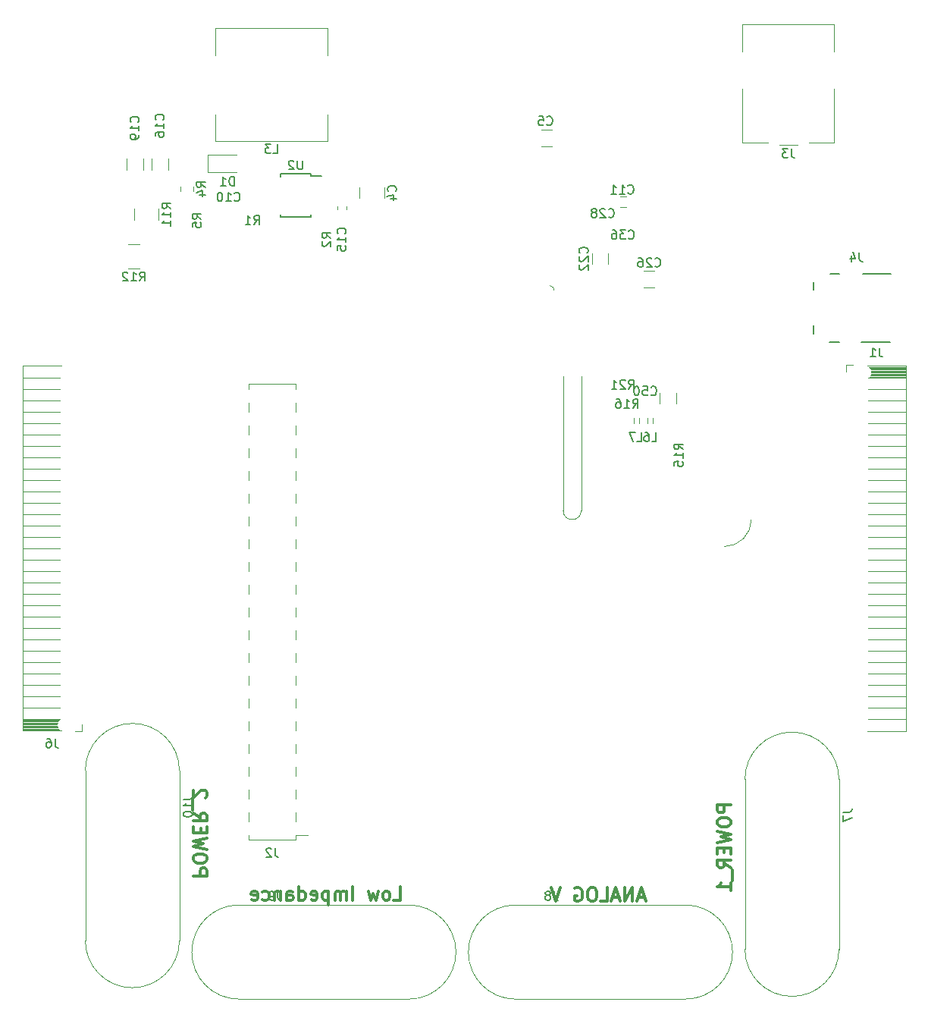
<source format=gbr>
G04 #@! TF.GenerationSoftware,KiCad,Pcbnew,(5.0.2)-1*
G04 #@! TF.CreationDate,2019-03-16T14:06:54-07:00*
G04 #@! TF.ProjectId,ModularMatrix,4d6f6475-6c61-4724-9d61-747269782e6b,rev?*
G04 #@! TF.SameCoordinates,Original*
G04 #@! TF.FileFunction,Legend,Bot*
G04 #@! TF.FilePolarity,Positive*
%FSLAX46Y46*%
G04 Gerber Fmt 4.6, Leading zero omitted, Abs format (unit mm)*
G04 Created by KiCad (PCBNEW (5.0.2)-1) date 3/16/2019 2:06:54 PM*
%MOMM*%
%LPD*%
G01*
G04 APERTURE LIST*
%ADD10C,0.300000*%
%ADD11C,0.100000*%
%ADD12C,0.120000*%
%ADD13C,0.150000*%
G04 APERTURE END LIST*
D10*
X177350028Y-151803300D02*
X178850028Y-151803300D01*
X178850028Y-151231871D01*
X178778600Y-151089014D01*
X178707171Y-151017585D01*
X178564314Y-150946157D01*
X178350028Y-150946157D01*
X178207171Y-151017585D01*
X178135742Y-151089014D01*
X178064314Y-151231871D01*
X178064314Y-151803300D01*
X178850028Y-150017585D02*
X178850028Y-149731871D01*
X178778600Y-149589014D01*
X178635742Y-149446157D01*
X178350028Y-149374728D01*
X177850028Y-149374728D01*
X177564314Y-149446157D01*
X177421457Y-149589014D01*
X177350028Y-149731871D01*
X177350028Y-150017585D01*
X177421457Y-150160442D01*
X177564314Y-150303300D01*
X177850028Y-150374728D01*
X178350028Y-150374728D01*
X178635742Y-150303300D01*
X178778600Y-150160442D01*
X178850028Y-150017585D01*
X178850028Y-148874728D02*
X177350028Y-148517585D01*
X178421457Y-148231871D01*
X177350028Y-147946157D01*
X178850028Y-147589014D01*
X178135742Y-147017585D02*
X178135742Y-146517585D01*
X177350028Y-146303300D02*
X177350028Y-147017585D01*
X178850028Y-147017585D01*
X178850028Y-146303300D01*
X177350028Y-144803300D02*
X178064314Y-145303300D01*
X177350028Y-145660442D02*
X178850028Y-145660442D01*
X178850028Y-145089014D01*
X178778600Y-144946157D01*
X178707171Y-144874728D01*
X178564314Y-144803300D01*
X178350028Y-144803300D01*
X178207171Y-144874728D01*
X178135742Y-144946157D01*
X178064314Y-145089014D01*
X178064314Y-145660442D01*
X177207171Y-144517585D02*
X177207171Y-143374728D01*
X178707171Y-143089014D02*
X178778600Y-143017585D01*
X178850028Y-142874728D01*
X178850028Y-142517585D01*
X178778600Y-142374728D01*
X178707171Y-142303300D01*
X178564314Y-142231871D01*
X178421457Y-142231871D01*
X178207171Y-142303300D01*
X177350028Y-143160442D01*
X177350028Y-142231871D01*
X199709728Y-154539071D02*
X200424014Y-154539071D01*
X200424014Y-153039071D01*
X198995442Y-154539071D02*
X199138300Y-154467642D01*
X199209728Y-154396214D01*
X199281157Y-154253357D01*
X199281157Y-153824785D01*
X199209728Y-153681928D01*
X199138300Y-153610500D01*
X198995442Y-153539071D01*
X198781157Y-153539071D01*
X198638300Y-153610500D01*
X198566871Y-153681928D01*
X198495442Y-153824785D01*
X198495442Y-154253357D01*
X198566871Y-154396214D01*
X198638300Y-154467642D01*
X198781157Y-154539071D01*
X198995442Y-154539071D01*
X197995442Y-153539071D02*
X197709728Y-154539071D01*
X197424014Y-153824785D01*
X197138300Y-154539071D01*
X196852585Y-153539071D01*
X195138300Y-154539071D02*
X195138300Y-153039071D01*
X194424014Y-154539071D02*
X194424014Y-153539071D01*
X194424014Y-153681928D02*
X194352585Y-153610500D01*
X194209728Y-153539071D01*
X193995442Y-153539071D01*
X193852585Y-153610500D01*
X193781157Y-153753357D01*
X193781157Y-154539071D01*
X193781157Y-153753357D02*
X193709728Y-153610500D01*
X193566871Y-153539071D01*
X193352585Y-153539071D01*
X193209728Y-153610500D01*
X193138300Y-153753357D01*
X193138300Y-154539071D01*
X192424014Y-153539071D02*
X192424014Y-155039071D01*
X192424014Y-153610500D02*
X192281157Y-153539071D01*
X191995442Y-153539071D01*
X191852585Y-153610500D01*
X191781157Y-153681928D01*
X191709728Y-153824785D01*
X191709728Y-154253357D01*
X191781157Y-154396214D01*
X191852585Y-154467642D01*
X191995442Y-154539071D01*
X192281157Y-154539071D01*
X192424014Y-154467642D01*
X190495442Y-154467642D02*
X190638300Y-154539071D01*
X190924014Y-154539071D01*
X191066871Y-154467642D01*
X191138300Y-154324785D01*
X191138300Y-153753357D01*
X191066871Y-153610500D01*
X190924014Y-153539071D01*
X190638300Y-153539071D01*
X190495442Y-153610500D01*
X190424014Y-153753357D01*
X190424014Y-153896214D01*
X191138300Y-154039071D01*
X189138300Y-154539071D02*
X189138300Y-153039071D01*
X189138300Y-154467642D02*
X189281157Y-154539071D01*
X189566871Y-154539071D01*
X189709728Y-154467642D01*
X189781157Y-154396214D01*
X189852585Y-154253357D01*
X189852585Y-153824785D01*
X189781157Y-153681928D01*
X189709728Y-153610500D01*
X189566871Y-153539071D01*
X189281157Y-153539071D01*
X189138300Y-153610500D01*
X187781157Y-154539071D02*
X187781157Y-153753357D01*
X187852585Y-153610500D01*
X187995442Y-153539071D01*
X188281157Y-153539071D01*
X188424014Y-153610500D01*
X187781157Y-154467642D02*
X187924014Y-154539071D01*
X188281157Y-154539071D01*
X188424014Y-154467642D01*
X188495442Y-154324785D01*
X188495442Y-154181928D01*
X188424014Y-154039071D01*
X188281157Y-153967642D01*
X187924014Y-153967642D01*
X187781157Y-153896214D01*
X187066871Y-153539071D02*
X187066871Y-154539071D01*
X187066871Y-153681928D02*
X186995442Y-153610500D01*
X186852585Y-153539071D01*
X186638300Y-153539071D01*
X186495442Y-153610500D01*
X186424014Y-153753357D01*
X186424014Y-154539071D01*
X185066871Y-154467642D02*
X185209728Y-154539071D01*
X185495442Y-154539071D01*
X185638300Y-154467642D01*
X185709728Y-154396214D01*
X185781157Y-154253357D01*
X185781157Y-153824785D01*
X185709728Y-153681928D01*
X185638300Y-153610500D01*
X185495442Y-153539071D01*
X185209728Y-153539071D01*
X185066871Y-153610500D01*
X183852585Y-154467642D02*
X183995442Y-154539071D01*
X184281157Y-154539071D01*
X184424014Y-154467642D01*
X184495442Y-154324785D01*
X184495442Y-153753357D01*
X184424014Y-153610500D01*
X184281157Y-153539071D01*
X183995442Y-153539071D01*
X183852585Y-153610500D01*
X183781157Y-153753357D01*
X183781157Y-153896214D01*
X184495442Y-154039071D01*
X237343071Y-143903500D02*
X235843071Y-143903500D01*
X235843071Y-144474928D01*
X235914500Y-144617785D01*
X235985928Y-144689214D01*
X236128785Y-144760642D01*
X236343071Y-144760642D01*
X236485928Y-144689214D01*
X236557357Y-144617785D01*
X236628785Y-144474928D01*
X236628785Y-143903500D01*
X235843071Y-145689214D02*
X235843071Y-145974928D01*
X235914500Y-146117785D01*
X236057357Y-146260642D01*
X236343071Y-146332071D01*
X236843071Y-146332071D01*
X237128785Y-146260642D01*
X237271642Y-146117785D01*
X237343071Y-145974928D01*
X237343071Y-145689214D01*
X237271642Y-145546357D01*
X237128785Y-145403500D01*
X236843071Y-145332071D01*
X236343071Y-145332071D01*
X236057357Y-145403500D01*
X235914500Y-145546357D01*
X235843071Y-145689214D01*
X235843071Y-146832071D02*
X237343071Y-147189214D01*
X236271642Y-147474928D01*
X237343071Y-147760642D01*
X235843071Y-148117785D01*
X236557357Y-148689214D02*
X236557357Y-149189214D01*
X237343071Y-149403500D02*
X237343071Y-148689214D01*
X235843071Y-148689214D01*
X235843071Y-149403500D01*
X237343071Y-150903500D02*
X236628785Y-150403500D01*
X237343071Y-150046357D02*
X235843071Y-150046357D01*
X235843071Y-150617785D01*
X235914500Y-150760642D01*
X235985928Y-150832071D01*
X236128785Y-150903500D01*
X236343071Y-150903500D01*
X236485928Y-150832071D01*
X236557357Y-150760642D01*
X236628785Y-150617785D01*
X236628785Y-150046357D01*
X237485928Y-151189214D02*
X237485928Y-152332071D01*
X237343071Y-153474928D02*
X237343071Y-152617785D01*
X237343071Y-153046357D02*
X235843071Y-153046357D01*
X236057357Y-152903500D01*
X236200214Y-152760642D01*
X236271642Y-152617785D01*
X227731017Y-154218158D02*
X227016731Y-154218158D01*
X227873874Y-154646729D02*
X227373874Y-153146729D01*
X226873874Y-154646729D01*
X226373874Y-154646729D02*
X226373874Y-153146729D01*
X225516731Y-154646729D01*
X225516731Y-153146729D01*
X224873874Y-154218158D02*
X224159588Y-154218158D01*
X225016731Y-154646729D02*
X224516731Y-153146729D01*
X224016731Y-154646729D01*
X222802445Y-154646729D02*
X223516731Y-154646729D01*
X223516731Y-153146729D01*
X222016731Y-153146729D02*
X221731017Y-153146729D01*
X221588160Y-153218158D01*
X221445302Y-153361015D01*
X221373874Y-153646729D01*
X221373874Y-154146729D01*
X221445302Y-154432443D01*
X221588160Y-154575300D01*
X221731017Y-154646729D01*
X222016731Y-154646729D01*
X222159588Y-154575300D01*
X222302445Y-154432443D01*
X222373874Y-154146729D01*
X222373874Y-153646729D01*
X222302445Y-153361015D01*
X222159588Y-153218158D01*
X222016731Y-153146729D01*
X219945302Y-153218158D02*
X220088160Y-153146729D01*
X220302445Y-153146729D01*
X220516731Y-153218158D01*
X220659588Y-153361015D01*
X220731017Y-153503872D01*
X220802445Y-153789586D01*
X220802445Y-154003872D01*
X220731017Y-154289586D01*
X220659588Y-154432443D01*
X220516731Y-154575300D01*
X220302445Y-154646729D01*
X220159588Y-154646729D01*
X219945302Y-154575300D01*
X219873874Y-154503872D01*
X219873874Y-154003872D01*
X220159588Y-154003872D01*
X218302445Y-153146729D02*
X217802445Y-154646729D01*
X217302445Y-153146729D01*
D11*
X217624152Y-86453438D02*
G75*
G03X217124152Y-85953438I-500000J0D01*
G01*
X220640789Y-96050905D02*
X220640789Y-111050905D01*
X218640789Y-111050905D02*
X218640789Y-96050905D01*
X218640789Y-111050905D02*
G75*
G03X220640789Y-111050905I1000000J0D01*
G01*
X236640789Y-115050905D02*
G75*
G03X239640789Y-112050905I0J3000000D01*
G01*
D12*
G04 #@! TO.C,J2*
X183531200Y-147811800D02*
X188731200Y-147811800D01*
X188731200Y-147811800D02*
X188731200Y-147241800D01*
X188731200Y-145721800D02*
X188731200Y-144701800D01*
X188731200Y-143181800D02*
X188731200Y-142161800D01*
X188731200Y-140641800D02*
X188731200Y-139621800D01*
X188731200Y-138101800D02*
X188731200Y-137081800D01*
X188731200Y-135561800D02*
X188731200Y-134541800D01*
X188731200Y-133021800D02*
X188731200Y-132001800D01*
X188731200Y-130481800D02*
X188731200Y-129461800D01*
X188731200Y-127941800D02*
X188731200Y-126921800D01*
X188731200Y-125401800D02*
X188731200Y-124381800D01*
X188731200Y-122861800D02*
X188731200Y-121841800D01*
X188731200Y-120321800D02*
X188731200Y-119301800D01*
X188731200Y-117781800D02*
X188731200Y-116761800D01*
X188731200Y-115241800D02*
X188731200Y-114221800D01*
X188731200Y-112701800D02*
X188731200Y-111681800D01*
X188731200Y-110161800D02*
X188731200Y-109141800D01*
X188731200Y-107621800D02*
X188731200Y-106601800D01*
X188731200Y-105081800D02*
X188731200Y-104061800D01*
X188731200Y-102541800D02*
X188731200Y-101521800D01*
X188731200Y-100001800D02*
X188731200Y-98981800D01*
X188731200Y-97461800D02*
X188731200Y-96891800D01*
X183531200Y-96891800D02*
X188731200Y-96891800D01*
X183531200Y-147811800D02*
X183531200Y-147241800D01*
X183531200Y-145721800D02*
X183531200Y-144701800D01*
X183531200Y-143181800D02*
X183531200Y-142161800D01*
X183531200Y-140641800D02*
X183531200Y-139621800D01*
X183531200Y-138101800D02*
X183531200Y-137081800D01*
X183531200Y-135561800D02*
X183531200Y-134541800D01*
X183531200Y-133021800D02*
X183531200Y-132001800D01*
X183531200Y-130481800D02*
X183531200Y-129461800D01*
X183531200Y-127941800D02*
X183531200Y-126921800D01*
X183531200Y-125401800D02*
X183531200Y-124381800D01*
X183531200Y-122861800D02*
X183531200Y-121841800D01*
X183531200Y-120321800D02*
X183531200Y-119301800D01*
X183531200Y-117781800D02*
X183531200Y-116761800D01*
X183531200Y-115241800D02*
X183531200Y-114221800D01*
X183531200Y-112701800D02*
X183531200Y-111681800D01*
X183531200Y-110161800D02*
X183531200Y-109141800D01*
X183531200Y-107621800D02*
X183531200Y-106601800D01*
X183531200Y-105081800D02*
X183531200Y-104061800D01*
X183531200Y-102541800D02*
X183531200Y-101521800D01*
X183531200Y-100001800D02*
X183531200Y-98981800D01*
X183531200Y-97461800D02*
X183531200Y-96891800D01*
X188731200Y-147241800D02*
X190091200Y-147241800D01*
D13*
G04 #@! TO.C,J4*
X251960300Y-92232000D02*
X255160300Y-92232000D01*
X248385300Y-92232000D02*
X249435300Y-92232000D01*
X246560300Y-90407000D02*
X246560300Y-91282000D01*
X246585300Y-85532000D02*
X246585300Y-86407000D01*
X249460300Y-84582000D02*
X248435300Y-84582000D01*
X255210300Y-84582000D02*
X252060300Y-84582000D01*
D12*
G04 #@! TO.C,J3*
X238666500Y-63947500D02*
X238666500Y-70007500D01*
X238666500Y-70007500D02*
X241476500Y-70007500D01*
X246076500Y-70007500D02*
X248886500Y-70007500D01*
X248886500Y-70007500D02*
X248886500Y-63947500D01*
X248886500Y-59847500D02*
X248886500Y-56787500D01*
X248886500Y-56787500D02*
X238666500Y-56787500D01*
X238666500Y-56787500D02*
X238666500Y-59847500D01*
X242776500Y-70197500D02*
X244776500Y-70197500D01*
G04 #@! TO.C,J6*
X164147500Y-135672100D02*
X164907500Y-135672100D01*
X164907500Y-135672100D02*
X164907500Y-134912100D01*
X158267500Y-135607100D02*
X158267500Y-94847100D01*
X158267500Y-94847100D02*
X162569970Y-94847100D01*
X158267500Y-135607100D02*
X162569970Y-135607100D01*
X158267500Y-96177100D02*
X162459918Y-96177100D01*
X158267500Y-97447100D02*
X162459918Y-97447100D01*
X158267500Y-98717100D02*
X162459918Y-98717100D01*
X158267500Y-99987100D02*
X162459918Y-99987100D01*
X158267500Y-101257100D02*
X162459918Y-101257100D01*
X158267500Y-102527100D02*
X162459918Y-102527100D01*
X158267500Y-103797100D02*
X162459918Y-103797100D01*
X158267500Y-105067100D02*
X162459918Y-105067100D01*
X158267500Y-106337100D02*
X162459918Y-106337100D01*
X158267500Y-107607100D02*
X162459918Y-107607100D01*
X158267500Y-108877100D02*
X162459918Y-108877100D01*
X158267500Y-110147100D02*
X162459918Y-110147100D01*
X158267500Y-111417100D02*
X162459918Y-111417100D01*
X158267500Y-112687100D02*
X162459918Y-112687100D01*
X158267500Y-113957100D02*
X162459918Y-113957100D01*
X158267500Y-115227100D02*
X162459918Y-115227100D01*
X158267500Y-116497100D02*
X162459918Y-116497100D01*
X158267500Y-117767100D02*
X162459918Y-117767100D01*
X158267500Y-119037100D02*
X162459918Y-119037100D01*
X158267500Y-120307100D02*
X162459918Y-120307100D01*
X158267500Y-121577100D02*
X162459918Y-121577100D01*
X158267500Y-122847100D02*
X162459918Y-122847100D01*
X158267500Y-124117100D02*
X162459918Y-124117100D01*
X158267500Y-125387100D02*
X162459918Y-125387100D01*
X158267500Y-126657100D02*
X162459918Y-126657100D01*
X158267500Y-127927100D02*
X162459918Y-127927100D01*
X158267500Y-129197100D02*
X162459918Y-129197100D01*
X158267500Y-130467100D02*
X162459918Y-130467100D01*
X158267500Y-131737100D02*
X162459918Y-131737100D01*
X158267500Y-133007100D02*
X162459918Y-133007100D01*
X158267500Y-134277100D02*
X162459918Y-134277100D01*
X158267500Y-134387100D02*
X162327977Y-134387100D01*
X158267500Y-134497100D02*
X162240809Y-134497100D01*
X158267500Y-134607100D02*
X162181386Y-134607100D01*
X158267500Y-134717100D02*
X162142942Y-134717100D01*
X158267500Y-134827100D02*
X162122268Y-134827100D01*
X158267500Y-134937100D02*
X162117911Y-134937100D01*
X158267500Y-135047100D02*
X162129586Y-135047100D01*
X158267500Y-135157100D02*
X162158073Y-135157100D01*
X158267500Y-135267100D02*
X162205507Y-135267100D01*
X158267500Y-135377100D02*
X162276355Y-135377100D01*
X158267500Y-135487100D02*
X162380534Y-135487100D01*
G04 #@! TO.C,J1*
X256895500Y-94992500D02*
X252782466Y-94992500D01*
X256895500Y-95102500D02*
X252886645Y-95102500D01*
X256895500Y-95212500D02*
X252957493Y-95212500D01*
X256895500Y-95322500D02*
X253004927Y-95322500D01*
X256895500Y-95432500D02*
X253033414Y-95432500D01*
X256895500Y-95542500D02*
X253045089Y-95542500D01*
X256895500Y-95652500D02*
X253040732Y-95652500D01*
X256895500Y-95762500D02*
X253020058Y-95762500D01*
X256895500Y-95872500D02*
X252981614Y-95872500D01*
X256895500Y-95982500D02*
X252922191Y-95982500D01*
X256895500Y-96092500D02*
X252835023Y-96092500D01*
X256895500Y-96202500D02*
X252703082Y-96202500D01*
X256895500Y-97472500D02*
X252703082Y-97472500D01*
X256895500Y-98742500D02*
X252703082Y-98742500D01*
X256895500Y-100012500D02*
X252703082Y-100012500D01*
X256895500Y-101282500D02*
X252703082Y-101282500D01*
X256895500Y-102552500D02*
X252703082Y-102552500D01*
X256895500Y-103822500D02*
X252703082Y-103822500D01*
X256895500Y-105092500D02*
X252703082Y-105092500D01*
X256895500Y-106362500D02*
X252703082Y-106362500D01*
X256895500Y-107632500D02*
X252703082Y-107632500D01*
X256895500Y-108902500D02*
X252703082Y-108902500D01*
X256895500Y-110172500D02*
X252703082Y-110172500D01*
X256895500Y-111442500D02*
X252703082Y-111442500D01*
X256895500Y-112712500D02*
X252703082Y-112712500D01*
X256895500Y-113982500D02*
X252703082Y-113982500D01*
X256895500Y-115252500D02*
X252703082Y-115252500D01*
X256895500Y-116522500D02*
X252703082Y-116522500D01*
X256895500Y-117792500D02*
X252703082Y-117792500D01*
X256895500Y-119062500D02*
X252703082Y-119062500D01*
X256895500Y-120332500D02*
X252703082Y-120332500D01*
X256895500Y-121602500D02*
X252703082Y-121602500D01*
X256895500Y-122872500D02*
X252703082Y-122872500D01*
X256895500Y-124142500D02*
X252703082Y-124142500D01*
X256895500Y-125412500D02*
X252703082Y-125412500D01*
X256895500Y-126682500D02*
X252703082Y-126682500D01*
X256895500Y-127952500D02*
X252703082Y-127952500D01*
X256895500Y-129222500D02*
X252703082Y-129222500D01*
X256895500Y-130492500D02*
X252703082Y-130492500D01*
X256895500Y-131762500D02*
X252703082Y-131762500D01*
X256895500Y-133032500D02*
X252703082Y-133032500D01*
X256895500Y-134302500D02*
X252703082Y-134302500D01*
X256895500Y-94872500D02*
X252593030Y-94872500D01*
X256895500Y-135632500D02*
X252593030Y-135632500D01*
X256895500Y-94872500D02*
X256895500Y-135632500D01*
X250255500Y-94807500D02*
X250255500Y-95567500D01*
X251015500Y-94807500D02*
X250255500Y-94807500D01*
G04 #@! TO.C,C11*
X224962065Y-77178225D02*
X225662065Y-77178225D01*
X225662065Y-75978225D02*
X224962065Y-75978225D01*
G04 #@! TO.C,C5*
X216201001Y-68556225D02*
X217405129Y-68556225D01*
X216201001Y-70376225D02*
X217405129Y-70376225D01*
G04 #@! TO.C,C26*
X228835129Y-84304225D02*
X227631001Y-84304225D01*
X228835129Y-86124225D02*
X227631001Y-86124225D01*
G04 #@! TO.C,C22*
X223682065Y-82326161D02*
X223682065Y-83530289D01*
X221862065Y-82326161D02*
X221862065Y-83530289D01*
G04 #@! TO.C,C50*
X231245160Y-97890094D02*
X231245160Y-99094222D01*
X229425160Y-97890094D02*
X229425160Y-99094222D01*
G04 #@! TO.C,L6*
X228603160Y-101332158D02*
X228603160Y-100732158D01*
X228003160Y-101332158D02*
X228003160Y-100732158D01*
G04 #@! TO.C,L7*
X227079160Y-100730261D02*
X227079160Y-101330261D01*
X226479160Y-100730261D02*
X226479160Y-101330261D01*
G04 #@! TO.C,C15*
X194439000Y-77044733D02*
X194439000Y-77387267D01*
X193419000Y-77044733D02*
X193419000Y-77387267D01*
G04 #@! TO.C,R12*
X170085936Y-81317000D02*
X171290064Y-81317000D01*
X170085936Y-84037000D02*
X171290064Y-84037000D01*
G04 #@! TO.C,C16*
X172699000Y-72992064D02*
X172699000Y-71787936D01*
X174519000Y-72992064D02*
X174519000Y-71787936D01*
G04 #@! TO.C,R4*
X175870157Y-75366516D02*
X175870157Y-74844012D01*
X177290157Y-75366516D02*
X177290157Y-74844012D01*
G04 #@! TO.C,C19*
X171725000Y-72992064D02*
X171725000Y-71787936D01*
X169905000Y-72992064D02*
X169905000Y-71787936D01*
G04 #@! TO.C,R11*
X170725000Y-78580064D02*
X170725000Y-77375936D01*
X173445000Y-78580064D02*
X173445000Y-77375936D01*
G04 #@! TO.C,D1*
X178952157Y-71311264D02*
X178952157Y-73311264D01*
X178952157Y-71311264D02*
X182152157Y-71311264D01*
X182152157Y-73311264D02*
X178952157Y-73311264D01*
G04 #@! TO.C,J8*
X213297372Y-165568338D02*
X232261012Y-165568338D01*
X213292292Y-155060358D02*
X232291492Y-155060358D01*
X232291492Y-155068158D02*
G75*
G02X232291492Y-165568158I0J-5250000D01*
G01*
X213291492Y-165568158D02*
G75*
G02X213291492Y-155068158I0J5250000D01*
G01*
G04 #@! TO.C,J7*
X238928160Y-141020000D02*
G75*
G02X249428160Y-141020000I5250000J0D01*
G01*
X249428160Y-160020000D02*
G75*
G02X238928160Y-160020000I-5250000J0D01*
G01*
X249435960Y-141020800D02*
X249435960Y-160020000D01*
X238927980Y-141025880D02*
X238927980Y-159989520D01*
G04 #@! TO.C,J9*
X182410706Y-165568338D02*
X201374346Y-165568338D01*
X182405626Y-155060358D02*
X201404826Y-155060358D01*
X201404826Y-155068158D02*
G75*
G02X201404826Y-165568158I0J-5250000D01*
G01*
X182404826Y-165568158D02*
G75*
G02X182404826Y-155068158I0J5250000D01*
G01*
G04 #@! TO.C,J10*
X165268160Y-140048158D02*
G75*
G02X175768160Y-140048158I5250000J0D01*
G01*
X175768160Y-159048158D02*
G75*
G02X165268160Y-159048158I-5250000J0D01*
G01*
X175775960Y-140048958D02*
X175775960Y-159048158D01*
X165267980Y-140054038D02*
X165267980Y-159017678D01*
G04 #@! TO.C,C4*
X198627500Y-76167064D02*
X198627500Y-74962936D01*
X195907500Y-76167064D02*
X195907500Y-74962936D01*
G04 #@! TO.C,L3*
X179755000Y-66800000D02*
X179755000Y-69800000D01*
X179755000Y-69800000D02*
X192355000Y-69800000D01*
X192355000Y-69800000D02*
X192355000Y-66800000D01*
X192355000Y-60200000D02*
X192355000Y-57200000D01*
X192355000Y-57200000D02*
X179755000Y-57200000D01*
X179755000Y-57200000D02*
X179755000Y-60200000D01*
D13*
G04 #@! TO.C,U2*
X190447157Y-73442264D02*
X190447157Y-73667264D01*
X187097157Y-73442264D02*
X187097157Y-73742264D01*
X187097157Y-78292264D02*
X187097157Y-77992264D01*
X190447157Y-78292264D02*
X190447157Y-77992264D01*
X190447157Y-73442264D02*
X187097157Y-73442264D01*
X190447157Y-78292264D02*
X187097157Y-78292264D01*
X190447157Y-73667264D02*
X191672157Y-73667264D01*
G04 #@! TO.C,J2*
X186464533Y-148704180D02*
X186464533Y-149418466D01*
X186512152Y-149561323D01*
X186607390Y-149656561D01*
X186750247Y-149704180D01*
X186845485Y-149704180D01*
X186035961Y-148799419D02*
X185988342Y-148751800D01*
X185893104Y-148704180D01*
X185655009Y-148704180D01*
X185559771Y-148751800D01*
X185512152Y-148799419D01*
X185464533Y-148894657D01*
X185464533Y-148989895D01*
X185512152Y-149132752D01*
X186083580Y-149704180D01*
X185464533Y-149704180D01*
G04 #@! TO.C,J4*
X251683633Y-82219380D02*
X251683633Y-82933666D01*
X251731252Y-83076523D01*
X251826490Y-83171761D01*
X251969347Y-83219380D01*
X252064585Y-83219380D01*
X250778871Y-82552714D02*
X250778871Y-83219380D01*
X251016966Y-82171761D02*
X251255061Y-82886047D01*
X250636014Y-82886047D01*
G04 #@! TO.C,J3*
X244109833Y-70649880D02*
X244109833Y-71364166D01*
X244157452Y-71507023D01*
X244252690Y-71602261D01*
X244395547Y-71649880D01*
X244490785Y-71649880D01*
X243728880Y-70649880D02*
X243109833Y-70649880D01*
X243443166Y-71030833D01*
X243300309Y-71030833D01*
X243205071Y-71078452D01*
X243157452Y-71126071D01*
X243109833Y-71221309D01*
X243109833Y-71459404D01*
X243157452Y-71554642D01*
X243205071Y-71602261D01*
X243300309Y-71649880D01*
X243586023Y-71649880D01*
X243681261Y-71602261D01*
X243728880Y-71554642D01*
G04 #@! TO.C,J6*
X161888333Y-136499480D02*
X161888333Y-137213766D01*
X161935952Y-137356623D01*
X162031190Y-137451861D01*
X162174047Y-137499480D01*
X162269285Y-137499480D01*
X160983571Y-136499480D02*
X161174047Y-136499480D01*
X161269285Y-136547100D01*
X161316904Y-136594719D01*
X161412142Y-136737576D01*
X161459761Y-136928052D01*
X161459761Y-137309004D01*
X161412142Y-137404242D01*
X161364523Y-137451861D01*
X161269285Y-137499480D01*
X161078809Y-137499480D01*
X160983571Y-137451861D01*
X160935952Y-137404242D01*
X160888333Y-137309004D01*
X160888333Y-137070909D01*
X160935952Y-136975671D01*
X160983571Y-136928052D01*
X161078809Y-136880433D01*
X161269285Y-136880433D01*
X161364523Y-136928052D01*
X161412142Y-136975671D01*
X161459761Y-137070909D01*
G04 #@! TO.C,J1*
X253941333Y-92884880D02*
X253941333Y-93599166D01*
X253988952Y-93742023D01*
X254084190Y-93837261D01*
X254227047Y-93884880D01*
X254322285Y-93884880D01*
X252941333Y-93884880D02*
X253512761Y-93884880D01*
X253227047Y-93884880D02*
X253227047Y-92884880D01*
X253322285Y-93027738D01*
X253417523Y-93122976D01*
X253512761Y-93170595D01*
G04 #@! TO.C,C10*
X181911461Y-76428732D02*
X181959080Y-76476351D01*
X182101937Y-76523970D01*
X182197175Y-76523970D01*
X182340032Y-76476351D01*
X182435270Y-76381113D01*
X182482889Y-76285875D01*
X182530508Y-76095399D01*
X182530508Y-75952542D01*
X182482889Y-75762066D01*
X182435270Y-75666828D01*
X182340032Y-75571590D01*
X182197175Y-75523970D01*
X182101937Y-75523970D01*
X181959080Y-75571590D01*
X181911461Y-75619209D01*
X180959080Y-76523970D02*
X181530508Y-76523970D01*
X181244794Y-76523970D02*
X181244794Y-75523970D01*
X181340032Y-75666828D01*
X181435270Y-75762066D01*
X181530508Y-75809685D01*
X180340032Y-75523970D02*
X180244794Y-75523970D01*
X180149556Y-75571590D01*
X180101937Y-75619209D01*
X180054318Y-75714447D01*
X180006699Y-75904923D01*
X180006699Y-76143018D01*
X180054318Y-76333494D01*
X180101937Y-76428732D01*
X180149556Y-76476351D01*
X180244794Y-76523970D01*
X180340032Y-76523970D01*
X180435270Y-76476351D01*
X180482889Y-76428732D01*
X180530508Y-76333494D01*
X180578127Y-76143018D01*
X180578127Y-75904923D01*
X180530508Y-75714447D01*
X180482889Y-75619209D01*
X180435270Y-75571590D01*
X180340032Y-75523970D01*
G04 #@! TO.C,R1*
X184099166Y-79092380D02*
X184432500Y-78616190D01*
X184670595Y-79092380D02*
X184670595Y-78092380D01*
X184289642Y-78092380D01*
X184194404Y-78140000D01*
X184146785Y-78187619D01*
X184099166Y-78282857D01*
X184099166Y-78425714D01*
X184146785Y-78520952D01*
X184194404Y-78568571D01*
X184289642Y-78616190D01*
X184670595Y-78616190D01*
X183146785Y-79092380D02*
X183718214Y-79092380D01*
X183432500Y-79092380D02*
X183432500Y-78092380D01*
X183527738Y-78235238D01*
X183622976Y-78330476D01*
X183718214Y-78378095D01*
G04 #@! TO.C,C11*
X225877357Y-75591942D02*
X225924976Y-75639561D01*
X226067833Y-75687180D01*
X226163071Y-75687180D01*
X226305928Y-75639561D01*
X226401166Y-75544323D01*
X226448785Y-75449085D01*
X226496404Y-75258609D01*
X226496404Y-75115752D01*
X226448785Y-74925276D01*
X226401166Y-74830038D01*
X226305928Y-74734800D01*
X226163071Y-74687180D01*
X226067833Y-74687180D01*
X225924976Y-74734800D01*
X225877357Y-74782419D01*
X224924976Y-75687180D02*
X225496404Y-75687180D01*
X225210690Y-75687180D02*
X225210690Y-74687180D01*
X225305928Y-74830038D01*
X225401166Y-74925276D01*
X225496404Y-74972895D01*
X223972595Y-75687180D02*
X224544023Y-75687180D01*
X224258309Y-75687180D02*
X224258309Y-74687180D01*
X224353547Y-74830038D01*
X224448785Y-74925276D01*
X224544023Y-74972895D01*
G04 #@! TO.C,C5*
X216815966Y-67933842D02*
X216863585Y-67981461D01*
X217006442Y-68029080D01*
X217101680Y-68029080D01*
X217244538Y-67981461D01*
X217339776Y-67886223D01*
X217387395Y-67790985D01*
X217435014Y-67600509D01*
X217435014Y-67457652D01*
X217387395Y-67267176D01*
X217339776Y-67171938D01*
X217244538Y-67076700D01*
X217101680Y-67029080D01*
X217006442Y-67029080D01*
X216863585Y-67076700D01*
X216815966Y-67124319D01*
X215911204Y-67029080D02*
X216387395Y-67029080D01*
X216435014Y-67505271D01*
X216387395Y-67457652D01*
X216292157Y-67410033D01*
X216054061Y-67410033D01*
X215958823Y-67457652D01*
X215911204Y-67505271D01*
X215863585Y-67600509D01*
X215863585Y-67838604D01*
X215911204Y-67933842D01*
X215958823Y-67981461D01*
X216054061Y-68029080D01*
X216292157Y-68029080D01*
X216387395Y-67981461D01*
X216435014Y-67933842D01*
G04 #@! TO.C,C26*
X228875922Y-83751367D02*
X228923541Y-83798986D01*
X229066398Y-83846605D01*
X229161636Y-83846605D01*
X229304493Y-83798986D01*
X229399731Y-83703748D01*
X229447350Y-83608510D01*
X229494969Y-83418034D01*
X229494969Y-83275177D01*
X229447350Y-83084701D01*
X229399731Y-82989463D01*
X229304493Y-82894225D01*
X229161636Y-82846605D01*
X229066398Y-82846605D01*
X228923541Y-82894225D01*
X228875922Y-82941844D01*
X228494969Y-82941844D02*
X228447350Y-82894225D01*
X228352112Y-82846605D01*
X228114017Y-82846605D01*
X228018779Y-82894225D01*
X227971160Y-82941844D01*
X227923541Y-83037082D01*
X227923541Y-83132320D01*
X227971160Y-83275177D01*
X228542588Y-83846605D01*
X227923541Y-83846605D01*
X227066398Y-82846605D02*
X227256874Y-82846605D01*
X227352112Y-82894225D01*
X227399731Y-82941844D01*
X227494969Y-83084701D01*
X227542588Y-83275177D01*
X227542588Y-83656129D01*
X227494969Y-83751367D01*
X227447350Y-83798986D01*
X227352112Y-83846605D01*
X227161636Y-83846605D01*
X227066398Y-83798986D01*
X227018779Y-83751367D01*
X226971160Y-83656129D01*
X226971160Y-83418034D01*
X227018779Y-83322796D01*
X227066398Y-83275177D01*
X227161636Y-83227558D01*
X227352112Y-83227558D01*
X227447350Y-83275177D01*
X227494969Y-83322796D01*
X227542588Y-83418034D01*
G04 #@! TO.C,C22*
X221309207Y-82285367D02*
X221356826Y-82237748D01*
X221404445Y-82094891D01*
X221404445Y-81999653D01*
X221356826Y-81856796D01*
X221261588Y-81761558D01*
X221166350Y-81713939D01*
X220975874Y-81666320D01*
X220833017Y-81666320D01*
X220642541Y-81713939D01*
X220547303Y-81761558D01*
X220452065Y-81856796D01*
X220404445Y-81999653D01*
X220404445Y-82094891D01*
X220452065Y-82237748D01*
X220499684Y-82285367D01*
X220499684Y-82666320D02*
X220452065Y-82713939D01*
X220404445Y-82809177D01*
X220404445Y-83047272D01*
X220452065Y-83142510D01*
X220499684Y-83190129D01*
X220594922Y-83237748D01*
X220690160Y-83237748D01*
X220833017Y-83190129D01*
X221404445Y-82618701D01*
X221404445Y-83237748D01*
X220499684Y-83618701D02*
X220452065Y-83666320D01*
X220404445Y-83761558D01*
X220404445Y-83999653D01*
X220452065Y-84094891D01*
X220499684Y-84142510D01*
X220594922Y-84190129D01*
X220690160Y-84190129D01*
X220833017Y-84142510D01*
X221404445Y-83571082D01*
X221404445Y-84190129D01*
G04 #@! TO.C,R21*
X225940857Y-97454980D02*
X226274190Y-96978790D01*
X226512285Y-97454980D02*
X226512285Y-96454980D01*
X226131333Y-96454980D01*
X226036095Y-96502600D01*
X225988476Y-96550219D01*
X225940857Y-96645457D01*
X225940857Y-96788314D01*
X225988476Y-96883552D01*
X226036095Y-96931171D01*
X226131333Y-96978790D01*
X226512285Y-96978790D01*
X225559904Y-96550219D02*
X225512285Y-96502600D01*
X225417047Y-96454980D01*
X225178952Y-96454980D01*
X225083714Y-96502600D01*
X225036095Y-96550219D01*
X224988476Y-96645457D01*
X224988476Y-96740695D01*
X225036095Y-96883552D01*
X225607523Y-97454980D01*
X224988476Y-97454980D01*
X224036095Y-97454980D02*
X224607523Y-97454980D01*
X224321809Y-97454980D02*
X224321809Y-96454980D01*
X224417047Y-96597838D01*
X224512285Y-96693076D01*
X224607523Y-96740695D01*
G04 #@! TO.C,R16*
X226404607Y-99582642D02*
X226737940Y-99106452D01*
X226976035Y-99582642D02*
X226976035Y-98582642D01*
X226595083Y-98582642D01*
X226499845Y-98630262D01*
X226452226Y-98677881D01*
X226404607Y-98773119D01*
X226404607Y-98915976D01*
X226452226Y-99011214D01*
X226499845Y-99058833D01*
X226595083Y-99106452D01*
X226976035Y-99106452D01*
X225452226Y-99582642D02*
X226023654Y-99582642D01*
X225737940Y-99582642D02*
X225737940Y-98582642D01*
X225833178Y-98725500D01*
X225928416Y-98820738D01*
X226023654Y-98868357D01*
X224595083Y-98582642D02*
X224785559Y-98582642D01*
X224880797Y-98630262D01*
X224928416Y-98677881D01*
X225023654Y-98820738D01*
X225071273Y-99011214D01*
X225071273Y-99392166D01*
X225023654Y-99487404D01*
X224976035Y-99535023D01*
X224880797Y-99582642D01*
X224690321Y-99582642D01*
X224595083Y-99535023D01*
X224547464Y-99487404D01*
X224499845Y-99392166D01*
X224499845Y-99154071D01*
X224547464Y-99058833D01*
X224595083Y-99011214D01*
X224690321Y-98963595D01*
X224880797Y-98963595D01*
X224976035Y-99011214D01*
X225023654Y-99058833D01*
X225071273Y-99154071D01*
G04 #@! TO.C,R15*
X232011480Y-104208342D02*
X231535290Y-103875009D01*
X232011480Y-103636914D02*
X231011480Y-103636914D01*
X231011480Y-104017866D01*
X231059100Y-104113104D01*
X231106719Y-104160723D01*
X231201957Y-104208342D01*
X231344814Y-104208342D01*
X231440052Y-104160723D01*
X231487671Y-104113104D01*
X231535290Y-104017866D01*
X231535290Y-103636914D01*
X232011480Y-105160723D02*
X232011480Y-104589295D01*
X232011480Y-104875009D02*
X231011480Y-104875009D01*
X231154338Y-104779771D01*
X231249576Y-104684533D01*
X231297195Y-104589295D01*
X231011480Y-106065485D02*
X231011480Y-105589295D01*
X231487671Y-105541676D01*
X231440052Y-105589295D01*
X231392433Y-105684533D01*
X231392433Y-105922628D01*
X231440052Y-106017866D01*
X231487671Y-106065485D01*
X231582909Y-106113104D01*
X231821004Y-106113104D01*
X231916242Y-106065485D01*
X231963861Y-106017866D01*
X232011480Y-105922628D01*
X232011480Y-105684533D01*
X231963861Y-105589295D01*
X231916242Y-105541676D01*
G04 #@! TO.C,C50*
X228442757Y-98083642D02*
X228490376Y-98131261D01*
X228633233Y-98178880D01*
X228728471Y-98178880D01*
X228871328Y-98131261D01*
X228966566Y-98036023D01*
X229014185Y-97940785D01*
X229061804Y-97750309D01*
X229061804Y-97607452D01*
X229014185Y-97416976D01*
X228966566Y-97321738D01*
X228871328Y-97226500D01*
X228728471Y-97178880D01*
X228633233Y-97178880D01*
X228490376Y-97226500D01*
X228442757Y-97274119D01*
X227537995Y-97178880D02*
X228014185Y-97178880D01*
X228061804Y-97655071D01*
X228014185Y-97607452D01*
X227918947Y-97559833D01*
X227680852Y-97559833D01*
X227585614Y-97607452D01*
X227537995Y-97655071D01*
X227490376Y-97750309D01*
X227490376Y-97988404D01*
X227537995Y-98083642D01*
X227585614Y-98131261D01*
X227680852Y-98178880D01*
X227918947Y-98178880D01*
X228014185Y-98131261D01*
X228061804Y-98083642D01*
X226871328Y-97178880D02*
X226776090Y-97178880D01*
X226680852Y-97226500D01*
X226633233Y-97274119D01*
X226585614Y-97369357D01*
X226537995Y-97559833D01*
X226537995Y-97797928D01*
X226585614Y-97988404D01*
X226633233Y-98083642D01*
X226680852Y-98131261D01*
X226776090Y-98178880D01*
X226871328Y-98178880D01*
X226966566Y-98131261D01*
X227014185Y-98083642D01*
X227061804Y-97988404D01*
X227109423Y-97797928D01*
X227109423Y-97559833D01*
X227061804Y-97369357D01*
X227014185Y-97274119D01*
X226966566Y-97226500D01*
X226871328Y-97178880D01*
G04 #@! TO.C,L6*
X228512666Y-103309680D02*
X228988857Y-103309680D01*
X228988857Y-102309680D01*
X227750761Y-102309680D02*
X227941238Y-102309680D01*
X228036476Y-102357300D01*
X228084095Y-102404919D01*
X228179333Y-102547776D01*
X228226952Y-102738252D01*
X228226952Y-103119204D01*
X228179333Y-103214442D01*
X228131714Y-103262061D01*
X228036476Y-103309680D01*
X227846000Y-103309680D01*
X227750761Y-103262061D01*
X227703142Y-103214442D01*
X227655523Y-103119204D01*
X227655523Y-102881109D01*
X227703142Y-102785871D01*
X227750761Y-102738252D01*
X227846000Y-102690633D01*
X228036476Y-102690633D01*
X228131714Y-102738252D01*
X228179333Y-102785871D01*
X228226952Y-102881109D01*
G04 #@! TO.C,L7*
X226887066Y-103347780D02*
X227363257Y-103347780D01*
X227363257Y-102347780D01*
X226648971Y-102347780D02*
X225982304Y-102347780D01*
X226410876Y-103347780D01*
G04 #@! TO.C,R2*
X192680537Y-80605333D02*
X192204347Y-80272000D01*
X192680537Y-80033904D02*
X191680537Y-80033904D01*
X191680537Y-80414857D01*
X191728157Y-80510095D01*
X191775776Y-80557714D01*
X191871014Y-80605333D01*
X192013871Y-80605333D01*
X192109109Y-80557714D01*
X192156728Y-80510095D01*
X192204347Y-80414857D01*
X192204347Y-80033904D01*
X191775776Y-80986285D02*
X191728157Y-81033904D01*
X191680537Y-81129142D01*
X191680537Y-81367238D01*
X191728157Y-81462476D01*
X191775776Y-81510095D01*
X191871014Y-81557714D01*
X191966252Y-81557714D01*
X192109109Y-81510095D01*
X192680537Y-80938666D01*
X192680537Y-81557714D01*
G04 #@! TO.C,C15*
X194286142Y-80129142D02*
X194333761Y-80081523D01*
X194381380Y-79938666D01*
X194381380Y-79843428D01*
X194333761Y-79700571D01*
X194238523Y-79605333D01*
X194143285Y-79557714D01*
X193952809Y-79510095D01*
X193809952Y-79510095D01*
X193619476Y-79557714D01*
X193524238Y-79605333D01*
X193429000Y-79700571D01*
X193381380Y-79843428D01*
X193381380Y-79938666D01*
X193429000Y-80081523D01*
X193476619Y-80129142D01*
X194381380Y-81081523D02*
X194381380Y-80510095D01*
X194381380Y-80795809D02*
X193381380Y-80795809D01*
X193524238Y-80700571D01*
X193619476Y-80605333D01*
X193667095Y-80510095D01*
X193381380Y-81986285D02*
X193381380Y-81510095D01*
X193857571Y-81462476D01*
X193809952Y-81510095D01*
X193762333Y-81605333D01*
X193762333Y-81843428D01*
X193809952Y-81938666D01*
X193857571Y-81986285D01*
X193952809Y-82033904D01*
X194190904Y-82033904D01*
X194286142Y-81986285D01*
X194333761Y-81938666D01*
X194381380Y-81843428D01*
X194381380Y-81605333D01*
X194333761Y-81510095D01*
X194286142Y-81462476D01*
G04 #@! TO.C,R12*
X171330857Y-85409380D02*
X171664190Y-84933190D01*
X171902285Y-85409380D02*
X171902285Y-84409380D01*
X171521333Y-84409380D01*
X171426095Y-84457000D01*
X171378476Y-84504619D01*
X171330857Y-84599857D01*
X171330857Y-84742714D01*
X171378476Y-84837952D01*
X171426095Y-84885571D01*
X171521333Y-84933190D01*
X171902285Y-84933190D01*
X170378476Y-85409380D02*
X170949904Y-85409380D01*
X170664190Y-85409380D02*
X170664190Y-84409380D01*
X170759428Y-84552238D01*
X170854666Y-84647476D01*
X170949904Y-84695095D01*
X169997523Y-84504619D02*
X169949904Y-84457000D01*
X169854666Y-84409380D01*
X169616571Y-84409380D01*
X169521333Y-84457000D01*
X169473714Y-84504619D01*
X169426095Y-84599857D01*
X169426095Y-84695095D01*
X169473714Y-84837952D01*
X170045142Y-85409380D01*
X169426095Y-85409380D01*
G04 #@! TO.C,R5*
X178202537Y-78494597D02*
X177726347Y-78161264D01*
X178202537Y-77923168D02*
X177202537Y-77923168D01*
X177202537Y-78304121D01*
X177250157Y-78399359D01*
X177297776Y-78446978D01*
X177393014Y-78494597D01*
X177535871Y-78494597D01*
X177631109Y-78446978D01*
X177678728Y-78399359D01*
X177726347Y-78304121D01*
X177726347Y-77923168D01*
X177202537Y-79399359D02*
X177202537Y-78923168D01*
X177678728Y-78875549D01*
X177631109Y-78923168D01*
X177583490Y-79018406D01*
X177583490Y-79256502D01*
X177631109Y-79351740D01*
X177678728Y-79399359D01*
X177773966Y-79446978D01*
X178012061Y-79446978D01*
X178107299Y-79399359D01*
X178154918Y-79351740D01*
X178202537Y-79256502D01*
X178202537Y-79018406D01*
X178154918Y-78923168D01*
X178107299Y-78875549D01*
G04 #@! TO.C,C16*
X173966142Y-67429142D02*
X174013761Y-67381523D01*
X174061380Y-67238666D01*
X174061380Y-67143428D01*
X174013761Y-67000571D01*
X173918523Y-66905333D01*
X173823285Y-66857714D01*
X173632809Y-66810095D01*
X173489952Y-66810095D01*
X173299476Y-66857714D01*
X173204238Y-66905333D01*
X173109000Y-67000571D01*
X173061380Y-67143428D01*
X173061380Y-67238666D01*
X173109000Y-67381523D01*
X173156619Y-67429142D01*
X174061380Y-68381523D02*
X174061380Y-67810095D01*
X174061380Y-68095809D02*
X173061380Y-68095809D01*
X173204238Y-68000571D01*
X173299476Y-67905333D01*
X173347095Y-67810095D01*
X173061380Y-69238666D02*
X173061380Y-69048190D01*
X173109000Y-68952952D01*
X173156619Y-68905333D01*
X173299476Y-68810095D01*
X173489952Y-68762476D01*
X173870904Y-68762476D01*
X173966142Y-68810095D01*
X174013761Y-68857714D01*
X174061380Y-68952952D01*
X174061380Y-69143428D01*
X174013761Y-69238666D01*
X173966142Y-69286285D01*
X173870904Y-69333904D01*
X173632809Y-69333904D01*
X173537571Y-69286285D01*
X173489952Y-69238666D01*
X173442333Y-69143428D01*
X173442333Y-68952952D01*
X173489952Y-68857714D01*
X173537571Y-68810095D01*
X173632809Y-68762476D01*
G04 #@! TO.C,R4*
X178682537Y-74938597D02*
X178206347Y-74605264D01*
X178682537Y-74367168D02*
X177682537Y-74367168D01*
X177682537Y-74748121D01*
X177730157Y-74843359D01*
X177777776Y-74890978D01*
X177873014Y-74938597D01*
X178015871Y-74938597D01*
X178111109Y-74890978D01*
X178158728Y-74843359D01*
X178206347Y-74748121D01*
X178206347Y-74367168D01*
X178015871Y-75795740D02*
X178682537Y-75795740D01*
X177634918Y-75557644D02*
X178349204Y-75319549D01*
X178349204Y-75938597D01*
G04 #@! TO.C,C19*
X171172142Y-67683142D02*
X171219761Y-67635523D01*
X171267380Y-67492666D01*
X171267380Y-67397428D01*
X171219761Y-67254571D01*
X171124523Y-67159333D01*
X171029285Y-67111714D01*
X170838809Y-67064095D01*
X170695952Y-67064095D01*
X170505476Y-67111714D01*
X170410238Y-67159333D01*
X170315000Y-67254571D01*
X170267380Y-67397428D01*
X170267380Y-67492666D01*
X170315000Y-67635523D01*
X170362619Y-67683142D01*
X171267380Y-68635523D02*
X171267380Y-68064095D01*
X171267380Y-68349809D02*
X170267380Y-68349809D01*
X170410238Y-68254571D01*
X170505476Y-68159333D01*
X170553095Y-68064095D01*
X171267380Y-69111714D02*
X171267380Y-69302190D01*
X171219761Y-69397428D01*
X171172142Y-69445047D01*
X171029285Y-69540285D01*
X170838809Y-69587904D01*
X170457857Y-69587904D01*
X170362619Y-69540285D01*
X170315000Y-69492666D01*
X170267380Y-69397428D01*
X170267380Y-69206952D01*
X170315000Y-69111714D01*
X170362619Y-69064095D01*
X170457857Y-69016476D01*
X170695952Y-69016476D01*
X170791190Y-69064095D01*
X170838809Y-69111714D01*
X170886428Y-69206952D01*
X170886428Y-69397428D01*
X170838809Y-69492666D01*
X170791190Y-69540285D01*
X170695952Y-69587904D01*
G04 #@! TO.C,R11*
X174817380Y-77335142D02*
X174341190Y-77001809D01*
X174817380Y-76763714D02*
X173817380Y-76763714D01*
X173817380Y-77144666D01*
X173865000Y-77239904D01*
X173912619Y-77287523D01*
X174007857Y-77335142D01*
X174150714Y-77335142D01*
X174245952Y-77287523D01*
X174293571Y-77239904D01*
X174341190Y-77144666D01*
X174341190Y-76763714D01*
X174817380Y-78287523D02*
X174817380Y-77716095D01*
X174817380Y-78001809D02*
X173817380Y-78001809D01*
X173960238Y-77906571D01*
X174055476Y-77811333D01*
X174103095Y-77716095D01*
X174817380Y-79239904D02*
X174817380Y-78668476D01*
X174817380Y-78954190D02*
X173817380Y-78954190D01*
X173960238Y-78858952D01*
X174055476Y-78763714D01*
X174103095Y-78668476D01*
G04 #@! TO.C,D1*
X181890252Y-74763644D02*
X181890252Y-73763644D01*
X181652157Y-73763644D01*
X181509299Y-73811264D01*
X181414061Y-73906502D01*
X181366442Y-74001740D01*
X181318823Y-74192216D01*
X181318823Y-74335073D01*
X181366442Y-74525549D01*
X181414061Y-74620787D01*
X181509299Y-74716025D01*
X181652157Y-74763644D01*
X181890252Y-74763644D01*
X180366442Y-74763644D02*
X180937871Y-74763644D01*
X180652157Y-74763644D02*
X180652157Y-73763644D01*
X180747395Y-73906502D01*
X180842633Y-74001740D01*
X180937871Y-74049359D01*
G04 #@! TO.C,J8*
X217639825Y-153530538D02*
X217639825Y-154244824D01*
X217687444Y-154387681D01*
X217782682Y-154482919D01*
X217925539Y-154530538D01*
X218020777Y-154530538D01*
X217020777Y-153959110D02*
X217116015Y-153911491D01*
X217163634Y-153863872D01*
X217211253Y-153768634D01*
X217211253Y-153721015D01*
X217163634Y-153625777D01*
X217116015Y-153578158D01*
X217020777Y-153530538D01*
X216830301Y-153530538D01*
X216735063Y-153578158D01*
X216687444Y-153625777D01*
X216639825Y-153721015D01*
X216639825Y-153768634D01*
X216687444Y-153863872D01*
X216735063Y-153911491D01*
X216830301Y-153959110D01*
X217020777Y-153959110D01*
X217116015Y-154006729D01*
X217163634Y-154054348D01*
X217211253Y-154149586D01*
X217211253Y-154340062D01*
X217163634Y-154435300D01*
X217116015Y-154482919D01*
X217020777Y-154530538D01*
X216830301Y-154530538D01*
X216735063Y-154482919D01*
X216687444Y-154435300D01*
X216639825Y-154340062D01*
X216639825Y-154149586D01*
X216687444Y-154054348D01*
X216735063Y-154006729D01*
X216830301Y-153959110D01*
G04 #@! TO.C,J7*
X249870540Y-144701666D02*
X250584826Y-144701666D01*
X250727683Y-144654047D01*
X250822921Y-144558809D01*
X250870540Y-144415952D01*
X250870540Y-144320714D01*
X249870540Y-145082619D02*
X249870540Y-145749285D01*
X250870540Y-145320714D01*
G04 #@! TO.C,J9*
X186753159Y-153530538D02*
X186753159Y-154244824D01*
X186800778Y-154387681D01*
X186896016Y-154482919D01*
X187038873Y-154530538D01*
X187134111Y-154530538D01*
X186229349Y-154530538D02*
X186038873Y-154530538D01*
X185943635Y-154482919D01*
X185896016Y-154435300D01*
X185800778Y-154292443D01*
X185753159Y-154101967D01*
X185753159Y-153721015D01*
X185800778Y-153625777D01*
X185848397Y-153578158D01*
X185943635Y-153530538D01*
X186134111Y-153530538D01*
X186229349Y-153578158D01*
X186276968Y-153625777D01*
X186324587Y-153721015D01*
X186324587Y-153959110D01*
X186276968Y-154054348D01*
X186229349Y-154101967D01*
X186134111Y-154149586D01*
X185943635Y-154149586D01*
X185848397Y-154101967D01*
X185800778Y-154054348D01*
X185753159Y-153959110D01*
G04 #@! TO.C,J10*
X176210540Y-143253634D02*
X176924826Y-143253634D01*
X177067683Y-143206015D01*
X177162921Y-143110777D01*
X177210540Y-142967919D01*
X177210540Y-142872681D01*
X177210540Y-144253634D02*
X177210540Y-143682205D01*
X177210540Y-143967919D02*
X176210540Y-143967919D01*
X176353398Y-143872681D01*
X176448636Y-143777443D01*
X176496255Y-143682205D01*
X176210540Y-144872681D02*
X176210540Y-144967919D01*
X176258160Y-145063158D01*
X176305779Y-145110777D01*
X176401017Y-145158396D01*
X176591493Y-145206015D01*
X176829588Y-145206015D01*
X177020064Y-145158396D01*
X177115302Y-145110777D01*
X177162921Y-145063158D01*
X177210540Y-144967919D01*
X177210540Y-144872681D01*
X177162921Y-144777443D01*
X177115302Y-144729824D01*
X177020064Y-144682205D01*
X176829588Y-144634586D01*
X176591493Y-144634586D01*
X176401017Y-144682205D01*
X176305779Y-144729824D01*
X176258160Y-144777443D01*
X176210540Y-144872681D01*
G04 #@! TO.C,C4*
X199904642Y-75398333D02*
X199952261Y-75350714D01*
X199999880Y-75207857D01*
X199999880Y-75112619D01*
X199952261Y-74969761D01*
X199857023Y-74874523D01*
X199761785Y-74826904D01*
X199571309Y-74779285D01*
X199428452Y-74779285D01*
X199237976Y-74826904D01*
X199142738Y-74874523D01*
X199047500Y-74969761D01*
X198999880Y-75112619D01*
X198999880Y-75207857D01*
X199047500Y-75350714D01*
X199095119Y-75398333D01*
X199333214Y-76255476D02*
X199999880Y-76255476D01*
X198952261Y-76017380D02*
X199666547Y-75779285D01*
X199666547Y-76398333D01*
G04 #@! TO.C,L3*
X186221666Y-71152380D02*
X186697857Y-71152380D01*
X186697857Y-70152380D01*
X185983571Y-70152380D02*
X185364523Y-70152380D01*
X185697857Y-70533333D01*
X185555000Y-70533333D01*
X185459761Y-70580952D01*
X185412142Y-70628571D01*
X185364523Y-70723809D01*
X185364523Y-70961904D01*
X185412142Y-71057142D01*
X185459761Y-71104761D01*
X185555000Y-71152380D01*
X185840714Y-71152380D01*
X185935952Y-71104761D01*
X185983571Y-71057142D01*
G04 #@! TO.C,U2*
X189534061Y-71969644D02*
X189534061Y-72779168D01*
X189486442Y-72874406D01*
X189438823Y-72922025D01*
X189343585Y-72969644D01*
X189153109Y-72969644D01*
X189057871Y-72922025D01*
X189010252Y-72874406D01*
X188962633Y-72779168D01*
X188962633Y-71969644D01*
X188534061Y-72064883D02*
X188486442Y-72017264D01*
X188391204Y-71969644D01*
X188153109Y-71969644D01*
X188057871Y-72017264D01*
X188010252Y-72064883D01*
X187962633Y-72160121D01*
X187962633Y-72255359D01*
X188010252Y-72398216D01*
X188581680Y-72969644D01*
X187962633Y-72969644D01*
G04 #@! TO.C,C28*
X223692957Y-78246242D02*
X223740576Y-78293861D01*
X223883433Y-78341480D01*
X223978671Y-78341480D01*
X224121528Y-78293861D01*
X224216766Y-78198623D01*
X224264385Y-78103385D01*
X224312004Y-77912909D01*
X224312004Y-77770052D01*
X224264385Y-77579576D01*
X224216766Y-77484338D01*
X224121528Y-77389100D01*
X223978671Y-77341480D01*
X223883433Y-77341480D01*
X223740576Y-77389100D01*
X223692957Y-77436719D01*
X223312004Y-77436719D02*
X223264385Y-77389100D01*
X223169147Y-77341480D01*
X222931052Y-77341480D01*
X222835814Y-77389100D01*
X222788195Y-77436719D01*
X222740576Y-77531957D01*
X222740576Y-77627195D01*
X222788195Y-77770052D01*
X223359623Y-78341480D01*
X222740576Y-78341480D01*
X222169147Y-77770052D02*
X222264385Y-77722433D01*
X222312004Y-77674814D01*
X222359623Y-77579576D01*
X222359623Y-77531957D01*
X222312004Y-77436719D01*
X222264385Y-77389100D01*
X222169147Y-77341480D01*
X221978671Y-77341480D01*
X221883433Y-77389100D01*
X221835814Y-77436719D01*
X221788195Y-77531957D01*
X221788195Y-77579576D01*
X221835814Y-77674814D01*
X221883433Y-77722433D01*
X221978671Y-77770052D01*
X222169147Y-77770052D01*
X222264385Y-77817671D01*
X222312004Y-77865290D01*
X222359623Y-77960528D01*
X222359623Y-78151004D01*
X222312004Y-78246242D01*
X222264385Y-78293861D01*
X222169147Y-78341480D01*
X221978671Y-78341480D01*
X221883433Y-78293861D01*
X221835814Y-78246242D01*
X221788195Y-78151004D01*
X221788195Y-77960528D01*
X221835814Y-77865290D01*
X221883433Y-77817671D01*
X221978671Y-77770052D01*
G04 #@! TO.C,C36*
X225928157Y-80645367D02*
X225975776Y-80692986D01*
X226118633Y-80740605D01*
X226213871Y-80740605D01*
X226356728Y-80692986D01*
X226451966Y-80597748D01*
X226499585Y-80502510D01*
X226547204Y-80312034D01*
X226547204Y-80169177D01*
X226499585Y-79978701D01*
X226451966Y-79883463D01*
X226356728Y-79788225D01*
X226213871Y-79740605D01*
X226118633Y-79740605D01*
X225975776Y-79788225D01*
X225928157Y-79835844D01*
X225594823Y-79740605D02*
X224975776Y-79740605D01*
X225309109Y-80121558D01*
X225166252Y-80121558D01*
X225071014Y-80169177D01*
X225023395Y-80216796D01*
X224975776Y-80312034D01*
X224975776Y-80550129D01*
X225023395Y-80645367D01*
X225071014Y-80692986D01*
X225166252Y-80740605D01*
X225451966Y-80740605D01*
X225547204Y-80692986D01*
X225594823Y-80645367D01*
X224118633Y-79740605D02*
X224309109Y-79740605D01*
X224404347Y-79788225D01*
X224451966Y-79835844D01*
X224547204Y-79978701D01*
X224594823Y-80169177D01*
X224594823Y-80550129D01*
X224547204Y-80645367D01*
X224499585Y-80692986D01*
X224404347Y-80740605D01*
X224213871Y-80740605D01*
X224118633Y-80692986D01*
X224071014Y-80645367D01*
X224023395Y-80550129D01*
X224023395Y-80312034D01*
X224071014Y-80216796D01*
X224118633Y-80169177D01*
X224213871Y-80121558D01*
X224404347Y-80121558D01*
X224499585Y-80169177D01*
X224547204Y-80216796D01*
X224594823Y-80312034D01*
G04 #@! TD*
M02*

</source>
